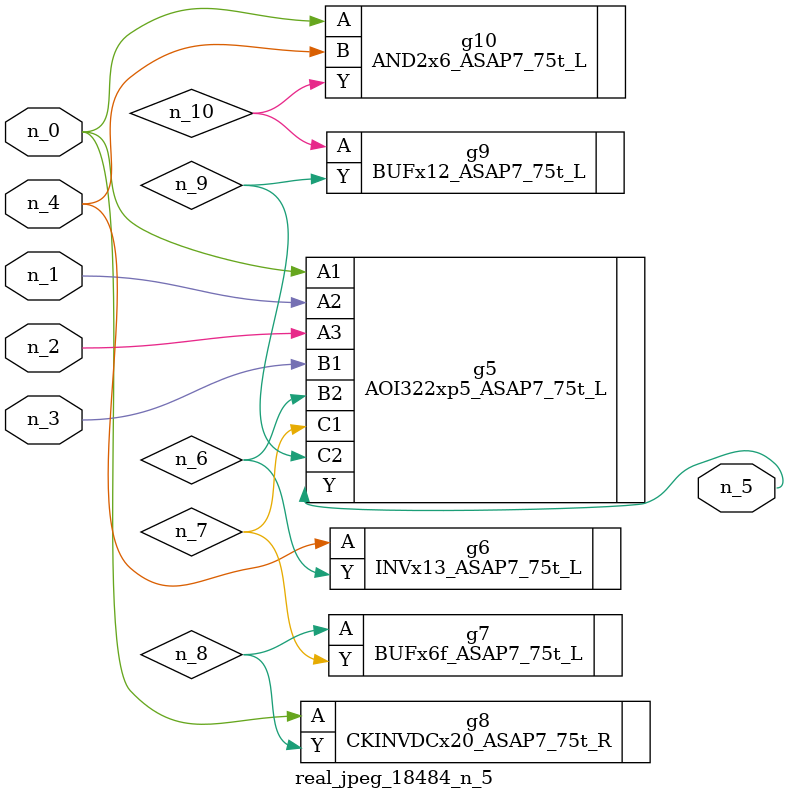
<source format=v>
module real_jpeg_18484_n_5 (n_4, n_0, n_1, n_2, n_3, n_5);

input n_4;
input n_0;
input n_1;
input n_2;
input n_3;

output n_5;

wire n_8;
wire n_6;
wire n_7;
wire n_10;
wire n_9;

AOI322xp5_ASAP7_75t_L g5 ( 
.A1(n_0),
.A2(n_1),
.A3(n_2),
.B1(n_3),
.B2(n_6),
.C1(n_7),
.C2(n_9),
.Y(n_5)
);

CKINVDCx20_ASAP7_75t_R g8 ( 
.A(n_0),
.Y(n_8)
);

AND2x6_ASAP7_75t_L g10 ( 
.A(n_0),
.B(n_4),
.Y(n_10)
);

INVx13_ASAP7_75t_L g6 ( 
.A(n_4),
.Y(n_6)
);

BUFx6f_ASAP7_75t_L g7 ( 
.A(n_8),
.Y(n_7)
);

BUFx12_ASAP7_75t_L g9 ( 
.A(n_10),
.Y(n_9)
);


endmodule
</source>
